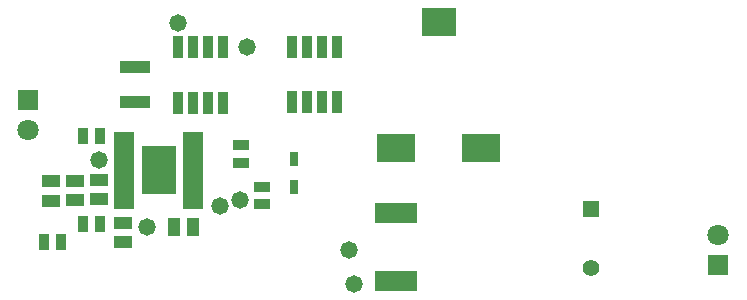
<source format=gts>
G04*
G04 #@! TF.GenerationSoftware,Altium Limited,Altium Designer,24.0.1 (36)*
G04*
G04 Layer_Color=8388736*
%FSLAX44Y44*%
%MOMM*%
G71*
G04*
G04 #@! TF.SameCoordinates,90447B52-5C6C-4E24-8687-CF59556E230F*
G04*
G04*
G04 #@! TF.FilePolarity,Negative*
G04*
G01*
G75*
%ADD15R,2.5000X1.0000*%
%ADD20R,0.9500X1.3500*%
%ADD24R,1.3500X0.9500*%
%ADD27R,2.9732X2.4632*%
%ADD28R,3.2732X2.4632*%
%ADD29R,0.9232X1.9832*%
%ADD30R,1.5532X1.0532*%
%ADD31R,1.6532X0.6532*%
%ADD32R,2.9432X4.0632*%
%ADD33R,1.0532X1.5532*%
%ADD34R,3.6232X1.7432*%
%ADD35R,0.7532X1.2532*%
%ADD36R,1.8032X1.8032*%
%ADD37C,1.8032*%
%ADD38R,1.4032X1.4032*%
%ADD39C,1.4032*%
%ADD40C,1.4732*%
D15*
X706120Y621270D02*
D03*
Y651270D02*
D03*
D20*
X676910Y518160D02*
D03*
X661910D02*
D03*
X628770Y502920D02*
D03*
X643770D02*
D03*
X676790Y593090D02*
D03*
X661790D02*
D03*
D24*
X814070Y549910D02*
D03*
Y534910D02*
D03*
X796290Y570230D02*
D03*
Y585230D02*
D03*
D27*
X963150Y689330D02*
D03*
D28*
X999200Y582930D02*
D03*
X927100D02*
D03*
D29*
X877570Y668560D02*
D03*
X864870D02*
D03*
X852170D02*
D03*
X839470D02*
D03*
X877570Y621760D02*
D03*
X864870D02*
D03*
X852170D02*
D03*
X839470D02*
D03*
X780983Y667830D02*
D03*
X768282D02*
D03*
X755583D02*
D03*
X742883D02*
D03*
X780983Y621030D02*
D03*
X768282D02*
D03*
X755583D02*
D03*
X742883D02*
D03*
D30*
X635000Y537850D02*
D03*
Y554350D02*
D03*
X675640Y539120D02*
D03*
Y555620D02*
D03*
X655320Y554980D02*
D03*
Y538480D02*
D03*
X695778Y502920D02*
D03*
Y519420D02*
D03*
D31*
X697190Y593130D02*
D03*
Y586630D02*
D03*
Y580130D02*
D03*
Y573630D02*
D03*
Y567130D02*
D03*
Y560630D02*
D03*
Y554130D02*
D03*
Y547630D02*
D03*
Y541130D02*
D03*
Y534630D02*
D03*
X755690D02*
D03*
Y541130D02*
D03*
Y547630D02*
D03*
Y554130D02*
D03*
Y560630D02*
D03*
Y567130D02*
D03*
Y573630D02*
D03*
Y580130D02*
D03*
Y586630D02*
D03*
Y593130D02*
D03*
D32*
X726440Y563880D02*
D03*
D33*
X755650Y515620D02*
D03*
X739150D02*
D03*
D34*
X927100Y528010D02*
D03*
Y470210D02*
D03*
D35*
X840740Y549910D02*
D03*
Y572910D02*
D03*
D36*
X1200150Y483870D02*
D03*
X615950Y623570D02*
D03*
D37*
X1200150Y509270D02*
D03*
X615950Y598170D02*
D03*
D38*
X1092200Y531330D02*
D03*
D39*
Y481330D02*
D03*
D40*
X675640Y572770D02*
D03*
X742950Y688340D02*
D03*
X795020Y538480D02*
D03*
X778510Y533400D02*
D03*
X891540Y467360D02*
D03*
X716280Y515620D02*
D03*
X887730Y496570D02*
D03*
X801370Y668020D02*
D03*
M02*

</source>
